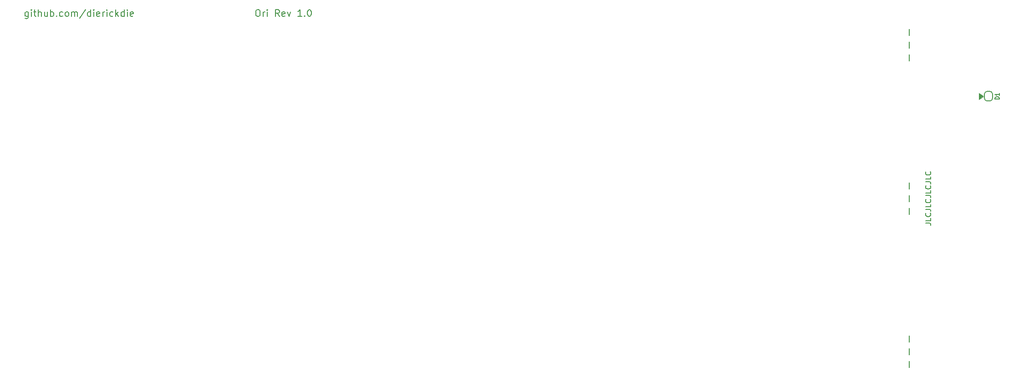
<source format=gbr>
G04 #@! TF.GenerationSoftware,KiCad,Pcbnew,(5.1.10-1-10_14)*
G04 #@! TF.CreationDate,2021-08-22T11:17:11-05:00*
G04 #@! TF.ProjectId,ori_bottom_plate,6f72695f-626f-4747-946f-6d5f706c6174,rev?*
G04 #@! TF.SameCoordinates,Original*
G04 #@! TF.FileFunction,Legend,Top*
G04 #@! TF.FilePolarity,Positive*
%FSLAX46Y46*%
G04 Gerber Fmt 4.6, Leading zero omitted, Abs format (unit mm)*
G04 Created by KiCad (PCBNEW (5.1.10-1-10_14)) date 2021-08-22 11:17:11*
%MOMM*%
%LPD*%
G01*
G04 APERTURE LIST*
%ADD10C,0.150000*%
%ADD11C,0.200000*%
%ADD12C,0.100000*%
G04 APERTURE END LIST*
D10*
X376264440Y-50589115D02*
X376264440Y-49398485D01*
X376264440Y-110120615D02*
X376264440Y-108929985D01*
X376264440Y-105358095D02*
X376264440Y-104167465D01*
X376264440Y-107739355D02*
X376264440Y-106548725D01*
X376264440Y-52970375D02*
X376264440Y-51779745D01*
X376264440Y-48207855D02*
X376264440Y-47017225D01*
X376264440Y-76782975D02*
X376264440Y-75592345D01*
X376264440Y-79164235D02*
X376264440Y-77973605D01*
X376264440Y-81545495D02*
X376264440Y-80354865D01*
X379288374Y-83187967D02*
X380002660Y-83187967D01*
X380145517Y-83235586D01*
X380240755Y-83330824D01*
X380288374Y-83473681D01*
X380288374Y-83568920D01*
X380288374Y-82235586D02*
X380288374Y-82711777D01*
X379288374Y-82711777D01*
X380193136Y-81330824D02*
X380240755Y-81378443D01*
X380288374Y-81521300D01*
X380288374Y-81616539D01*
X380240755Y-81759396D01*
X380145517Y-81854634D01*
X380050279Y-81902253D01*
X379859803Y-81949872D01*
X379716946Y-81949872D01*
X379526470Y-81902253D01*
X379431232Y-81854634D01*
X379335994Y-81759396D01*
X379288374Y-81616539D01*
X379288374Y-81521300D01*
X379335994Y-81378443D01*
X379383613Y-81330824D01*
X379288374Y-80616539D02*
X380002660Y-80616539D01*
X380145517Y-80664158D01*
X380240755Y-80759396D01*
X380288374Y-80902253D01*
X380288374Y-80997491D01*
X380288374Y-79664158D02*
X380288374Y-80140348D01*
X379288374Y-80140348D01*
X380193136Y-78759396D02*
X380240755Y-78807015D01*
X380288374Y-78949872D01*
X380288374Y-79045110D01*
X380240755Y-79187967D01*
X380145517Y-79283205D01*
X380050279Y-79330824D01*
X379859803Y-79378443D01*
X379716946Y-79378443D01*
X379526470Y-79330824D01*
X379431232Y-79283205D01*
X379335994Y-79187967D01*
X379288374Y-79045110D01*
X379288374Y-78949872D01*
X379335994Y-78807015D01*
X379383613Y-78759396D01*
X379288374Y-78045110D02*
X380002660Y-78045110D01*
X380145517Y-78092729D01*
X380240755Y-78187967D01*
X380288374Y-78330824D01*
X380288374Y-78426062D01*
X380288374Y-77092729D02*
X380288374Y-77568920D01*
X379288374Y-77568920D01*
X380193136Y-76187967D02*
X380240755Y-76235586D01*
X380288374Y-76378443D01*
X380288374Y-76473681D01*
X380240755Y-76616539D01*
X380145517Y-76711777D01*
X380050279Y-76759396D01*
X379859803Y-76807015D01*
X379716946Y-76807015D01*
X379526470Y-76759396D01*
X379431232Y-76711777D01*
X379335994Y-76616539D01*
X379288374Y-76473681D01*
X379288374Y-76378443D01*
X379335994Y-76235586D01*
X379383613Y-76187967D01*
X379288374Y-75473681D02*
X380002660Y-75473681D01*
X380145517Y-75521300D01*
X380240755Y-75616539D01*
X380288374Y-75759396D01*
X380288374Y-75854634D01*
X380288374Y-74521300D02*
X380288374Y-74997491D01*
X379288374Y-74997491D01*
X380193136Y-73616539D02*
X380240755Y-73664158D01*
X380288374Y-73807015D01*
X380288374Y-73902253D01*
X380240755Y-74045110D01*
X380145517Y-74140348D01*
X380050279Y-74187967D01*
X379859803Y-74235586D01*
X379716946Y-74235586D01*
X379526470Y-74187967D01*
X379431232Y-74140348D01*
X379335994Y-74045110D01*
X379288374Y-73902253D01*
X379288374Y-73807015D01*
X379335994Y-73664158D01*
X379383613Y-73616539D01*
D11*
X212425368Y-43812026D02*
X212425368Y-44823931D01*
X212365844Y-44942979D01*
X212306320Y-45002503D01*
X212187273Y-45062026D01*
X212008701Y-45062026D01*
X211889654Y-45002503D01*
X212425368Y-44585836D02*
X212306320Y-44645360D01*
X212068225Y-44645360D01*
X211949177Y-44585836D01*
X211889654Y-44526312D01*
X211830130Y-44407264D01*
X211830130Y-44050122D01*
X211889654Y-43931074D01*
X211949177Y-43871550D01*
X212068225Y-43812026D01*
X212306320Y-43812026D01*
X212425368Y-43871550D01*
X213020606Y-44645360D02*
X213020606Y-43812026D01*
X213020606Y-43395360D02*
X212961082Y-43454884D01*
X213020606Y-43514407D01*
X213080130Y-43454884D01*
X213020606Y-43395360D01*
X213020606Y-43514407D01*
X213437273Y-43812026D02*
X213913463Y-43812026D01*
X213615844Y-43395360D02*
X213615844Y-44466788D01*
X213675368Y-44585836D01*
X213794416Y-44645360D01*
X213913463Y-44645360D01*
X214330130Y-44645360D02*
X214330130Y-43395360D01*
X214865844Y-44645360D02*
X214865844Y-43990598D01*
X214806320Y-43871550D01*
X214687273Y-43812026D01*
X214508701Y-43812026D01*
X214389654Y-43871550D01*
X214330130Y-43931074D01*
X215996796Y-43812026D02*
X215996796Y-44645360D01*
X215461082Y-43812026D02*
X215461082Y-44466788D01*
X215520606Y-44585836D01*
X215639654Y-44645360D01*
X215818225Y-44645360D01*
X215937273Y-44585836D01*
X215996796Y-44526312D01*
X216592035Y-44645360D02*
X216592035Y-43395360D01*
X216592035Y-43871550D02*
X216711082Y-43812026D01*
X216949177Y-43812026D01*
X217068225Y-43871550D01*
X217127749Y-43931074D01*
X217187273Y-44050122D01*
X217187273Y-44407264D01*
X217127749Y-44526312D01*
X217068225Y-44585836D01*
X216949177Y-44645360D01*
X216711082Y-44645360D01*
X216592035Y-44585836D01*
X217722987Y-44526312D02*
X217782511Y-44585836D01*
X217722987Y-44645360D01*
X217663463Y-44585836D01*
X217722987Y-44526312D01*
X217722987Y-44645360D01*
X218853939Y-44585836D02*
X218734892Y-44645360D01*
X218496796Y-44645360D01*
X218377749Y-44585836D01*
X218318225Y-44526312D01*
X218258701Y-44407264D01*
X218258701Y-44050122D01*
X218318225Y-43931074D01*
X218377749Y-43871550D01*
X218496796Y-43812026D01*
X218734892Y-43812026D01*
X218853939Y-43871550D01*
X219568225Y-44645360D02*
X219449177Y-44585836D01*
X219389654Y-44526312D01*
X219330130Y-44407264D01*
X219330130Y-44050122D01*
X219389654Y-43931074D01*
X219449177Y-43871550D01*
X219568225Y-43812026D01*
X219746796Y-43812026D01*
X219865844Y-43871550D01*
X219925368Y-43931074D01*
X219984892Y-44050122D01*
X219984892Y-44407264D01*
X219925368Y-44526312D01*
X219865844Y-44585836D01*
X219746796Y-44645360D01*
X219568225Y-44645360D01*
X220520606Y-44645360D02*
X220520606Y-43812026D01*
X220520606Y-43931074D02*
X220580130Y-43871550D01*
X220699177Y-43812026D01*
X220877749Y-43812026D01*
X220996796Y-43871550D01*
X221056320Y-43990598D01*
X221056320Y-44645360D01*
X221056320Y-43990598D02*
X221115844Y-43871550D01*
X221234892Y-43812026D01*
X221413463Y-43812026D01*
X221532511Y-43871550D01*
X221592035Y-43990598D01*
X221592035Y-44645360D01*
X223080130Y-43335836D02*
X222008701Y-44942979D01*
X224032511Y-44645360D02*
X224032511Y-43395360D01*
X224032511Y-44585836D02*
X223913463Y-44645360D01*
X223675368Y-44645360D01*
X223556320Y-44585836D01*
X223496796Y-44526312D01*
X223437273Y-44407264D01*
X223437273Y-44050122D01*
X223496796Y-43931074D01*
X223556320Y-43871550D01*
X223675368Y-43812026D01*
X223913463Y-43812026D01*
X224032511Y-43871550D01*
X224627749Y-44645360D02*
X224627749Y-43812026D01*
X224627749Y-43395360D02*
X224568225Y-43454884D01*
X224627749Y-43514407D01*
X224687273Y-43454884D01*
X224627749Y-43395360D01*
X224627749Y-43514407D01*
X225699177Y-44585836D02*
X225580130Y-44645360D01*
X225342035Y-44645360D01*
X225222987Y-44585836D01*
X225163463Y-44466788D01*
X225163463Y-43990598D01*
X225222987Y-43871550D01*
X225342035Y-43812026D01*
X225580130Y-43812026D01*
X225699177Y-43871550D01*
X225758701Y-43990598D01*
X225758701Y-44109645D01*
X225163463Y-44228693D01*
X226294416Y-44645360D02*
X226294416Y-43812026D01*
X226294416Y-44050122D02*
X226353939Y-43931074D01*
X226413463Y-43871550D01*
X226532511Y-43812026D01*
X226651558Y-43812026D01*
X227068225Y-44645360D02*
X227068225Y-43812026D01*
X227068225Y-43395360D02*
X227008701Y-43454884D01*
X227068225Y-43514407D01*
X227127749Y-43454884D01*
X227068225Y-43395360D01*
X227068225Y-43514407D01*
X228199177Y-44585836D02*
X228080130Y-44645360D01*
X227842035Y-44645360D01*
X227722987Y-44585836D01*
X227663463Y-44526312D01*
X227603939Y-44407264D01*
X227603939Y-44050122D01*
X227663463Y-43931074D01*
X227722987Y-43871550D01*
X227842035Y-43812026D01*
X228080130Y-43812026D01*
X228199177Y-43871550D01*
X228734892Y-44645360D02*
X228734892Y-43395360D01*
X228853939Y-44169169D02*
X229211082Y-44645360D01*
X229211082Y-43812026D02*
X228734892Y-44288217D01*
X230282511Y-44645360D02*
X230282511Y-43395360D01*
X230282511Y-44585836D02*
X230163463Y-44645360D01*
X229925368Y-44645360D01*
X229806320Y-44585836D01*
X229746796Y-44526312D01*
X229687273Y-44407264D01*
X229687273Y-44050122D01*
X229746796Y-43931074D01*
X229806320Y-43871550D01*
X229925368Y-43812026D01*
X230163463Y-43812026D01*
X230282511Y-43871550D01*
X230877749Y-44645360D02*
X230877749Y-43812026D01*
X230877749Y-43395360D02*
X230818225Y-43454884D01*
X230877749Y-43514407D01*
X230937273Y-43454884D01*
X230877749Y-43395360D01*
X230877749Y-43514407D01*
X231949177Y-44585836D02*
X231830130Y-44645360D01*
X231592035Y-44645360D01*
X231472987Y-44585836D01*
X231413463Y-44466788D01*
X231413463Y-43990598D01*
X231472987Y-43871550D01*
X231592035Y-43812026D01*
X231830130Y-43812026D01*
X231949177Y-43871550D01*
X232008701Y-43990598D01*
X232008701Y-44109645D01*
X231413463Y-44228693D01*
X255038363Y-43395360D02*
X255276458Y-43395360D01*
X255395506Y-43454884D01*
X255514554Y-43573931D01*
X255574077Y-43812026D01*
X255574077Y-44228693D01*
X255514554Y-44466788D01*
X255395506Y-44585836D01*
X255276458Y-44645360D01*
X255038363Y-44645360D01*
X254919316Y-44585836D01*
X254800268Y-44466788D01*
X254740744Y-44228693D01*
X254740744Y-43812026D01*
X254800268Y-43573931D01*
X254919316Y-43454884D01*
X255038363Y-43395360D01*
X256109792Y-44645360D02*
X256109792Y-43812026D01*
X256109792Y-44050122D02*
X256169316Y-43931074D01*
X256228839Y-43871550D01*
X256347887Y-43812026D01*
X256466935Y-43812026D01*
X256883601Y-44645360D02*
X256883601Y-43812026D01*
X256883601Y-43395360D02*
X256824077Y-43454884D01*
X256883601Y-43514407D01*
X256943125Y-43454884D01*
X256883601Y-43395360D01*
X256883601Y-43514407D01*
X259145506Y-44645360D02*
X258728839Y-44050122D01*
X258431220Y-44645360D02*
X258431220Y-43395360D01*
X258907411Y-43395360D01*
X259026458Y-43454884D01*
X259085982Y-43514407D01*
X259145506Y-43633455D01*
X259145506Y-43812026D01*
X259085982Y-43931074D01*
X259026458Y-43990598D01*
X258907411Y-44050122D01*
X258431220Y-44050122D01*
X260157411Y-44585836D02*
X260038363Y-44645360D01*
X259800268Y-44645360D01*
X259681220Y-44585836D01*
X259621696Y-44466788D01*
X259621696Y-43990598D01*
X259681220Y-43871550D01*
X259800268Y-43812026D01*
X260038363Y-43812026D01*
X260157411Y-43871550D01*
X260216935Y-43990598D01*
X260216935Y-44109645D01*
X259621696Y-44228693D01*
X260633601Y-43812026D02*
X260931220Y-44645360D01*
X261228839Y-43812026D01*
X263312173Y-44645360D02*
X262597887Y-44645360D01*
X262955030Y-44645360D02*
X262955030Y-43395360D01*
X262835982Y-43573931D01*
X262716935Y-43692979D01*
X262597887Y-43752503D01*
X263847887Y-44526312D02*
X263907411Y-44585836D01*
X263847887Y-44645360D01*
X263788363Y-44585836D01*
X263847887Y-44526312D01*
X263847887Y-44645360D01*
X264681220Y-43395360D02*
X264800268Y-43395360D01*
X264919316Y-43454884D01*
X264978839Y-43514407D01*
X265038363Y-43633455D01*
X265097887Y-43871550D01*
X265097887Y-44169169D01*
X265038363Y-44407264D01*
X264978839Y-44526312D01*
X264919316Y-44585836D01*
X264800268Y-44645360D01*
X264681220Y-44645360D01*
X264562173Y-44585836D01*
X264502649Y-44526312D01*
X264443125Y-44407264D01*
X264383601Y-44169169D01*
X264383601Y-43871550D01*
X264443125Y-43633455D01*
X264502649Y-43514407D01*
X264562173Y-43454884D01*
X264681220Y-43395360D01*
D12*
G36*
X390047170Y-59518840D02*
G01*
X389247170Y-60118840D01*
X389247170Y-58918840D01*
X390047170Y-59518840D01*
G37*
X390047170Y-59518840D02*
X389247170Y-60118840D01*
X389247170Y-58918840D01*
X390047170Y-59518840D01*
D11*
X390761408Y-58618840D02*
X391261370Y-58618840D01*
X391761370Y-59918840D02*
X391761370Y-59118840D01*
X391261332Y-60418840D02*
X390761370Y-60418840D01*
X390261370Y-59918840D02*
X390261370Y-59118840D01*
X390261370Y-59118840D02*
G75*
G02*
X390761370Y-58618840I500000J0D01*
G01*
X391261370Y-58618840D02*
G75*
G02*
X391761370Y-59118840I0J-500000D01*
G01*
X391761370Y-59918840D02*
G75*
G02*
X391261370Y-60418840I-500000J0D01*
G01*
X390761370Y-60418840D02*
G75*
G02*
X390261370Y-59918840I0J500000D01*
G01*
D10*
X393025274Y-60035506D02*
X392225274Y-60035506D01*
X392225274Y-59868840D01*
X392263370Y-59768840D01*
X392339560Y-59702173D01*
X392415750Y-59668840D01*
X392568131Y-59635506D01*
X392682417Y-59635506D01*
X392834798Y-59668840D01*
X392910989Y-59702173D01*
X392987179Y-59768840D01*
X393025274Y-59868840D01*
X393025274Y-60035506D01*
X393025274Y-58968840D02*
X393025274Y-59368840D01*
X393025274Y-59168840D02*
X392225274Y-59168840D01*
X392339560Y-59235506D01*
X392415750Y-59302173D01*
X392453846Y-59368840D01*
M02*

</source>
